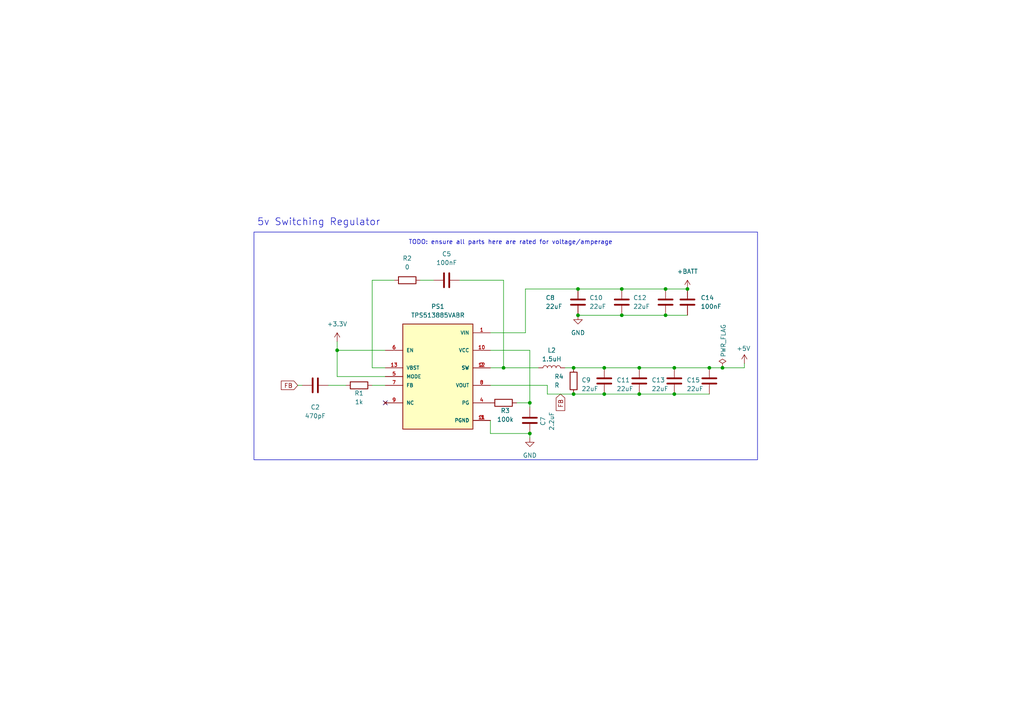
<source format=kicad_sch>
(kicad_sch (version 20231120) (generator "eeschema") (generator_version "8.0")
  (paper "A4")
  (lib_symbols
    (symbol "Device:C" (pin_numbers hide) (pin_names (offset 0.254))
      (property "Reference" "C" (at 0.635 2.54 0))
      (property "Value" "C" (at 0.635 -2.54 0))
      (symbol "C_0_1"
        (polyline (pts (xy -2.032 -0.762) (xy 2.032 -0.762)) (stroke (width 0.508)))
        (polyline (pts (xy -2.032 0.762) (xy 2.032 0.762)) (stroke (width 0.508)))
      )
      (symbol "C_1_1"
        (pin passive line (at 0 3.81 270) (length 2.794) (name "~") (number "1"))
        (pin passive line (at 0 -3.81 90) (length 2.794) (name "~") (number "2"))
      )
    )
    (symbol "Device:L" (pin_numbers hide) (pin_names (offset 1.016) hide)
      (property "Reference" "L" (at -1.27 0 90))
      (property "Value" "L" (at 1.905 0 90))
      (symbol "L_0_1"
        (arc (start 0 -2.54) (mid 0.6323 -1.905) (end 0 -1.27))
        (arc (start 0 -1.27) (mid 0.6323 -0.635) (end 0 0))
        (arc (start 0 0) (mid 0.6323 0.635) (end 0 1.27))
        (arc (start 0 1.27) (mid 0.6323 1.905) (end 0 2.54))
      )
      (symbol "L_1_1"
        (pin passive line (at 0 3.81 270) (length 1.27) (name "1") (number "1"))
        (pin passive line (at 0 -3.81 90) (length 1.27) (name "2") (number "2"))
      )
    )
    (symbol "Device:R" (pin_numbers hide) (pin_names (offset 0))
      (property "Reference" "R" (at 2.032 0 90))
      (property "Value" "R" (at 0 0 90))
      (symbol "R_0_1"
        (rectangle (start -1.016 -2.54) (end 1.016 2.54) (stroke (width 0.254)))
      )
      (symbol "R_1_1"
        (pin passive line (at 0 3.81 270) (length 1.27) (name "~") (number "1"))
        (pin passive line (at 0 -3.81 90) (length 1.27) (name "~") (number "2"))
      )
    )
    (symbol "TPS513885VABR:TPS513885VABR" (pin_names (offset 1.016))
      (property "Reference" "PS" (at -10.16 16.002 0))
      (property "Value" "TPS513885VABR" (at -10.16 -17.78 0))
      (symbol "TPS513885VABR_0_0"
        (rectangle (start -10.16 -15.24) (end 10.16 15.24) (stroke (width 0.254)) (fill (type background)))
        (pin power_in line (at 15.24 12.7 180) (length 5.08) (name "VIN") (number "1"))
        (pin output line (at 15.24 7.62 180) (length 5.08) (name "VCC") (number "10"))
        (pin power_in line (at 15.24 -12.7 180) (length 5.08) (name "PGND") (number "11"))
        (pin output line (at 15.24 2.54 180) (length 5.08) (name "SW") (number "12"))
        (pin input line (at -15.24 2.54 0) (length 5.08) (name "VBST") (number "13"))
        (pin output line (at 15.24 2.54 180) (length 5.08) (name "SW") (number "2"))
        (pin power_in line (at 15.24 -12.7 180) (length 5.08) (name "PGND") (number "3"))
        (pin output line (at 15.24 -7.62 180) (length 5.08) (name "PG") (number "4"))
        (pin input line (at -15.24 0 0) (length 5.08) (name "MODE") (number "5"))
        (pin input line (at -15.24 7.62 0) (length 5.08) (name "EN") (number "6"))
        (pin input line (at -15.24 -2.54 0) (length 5.08) (name "FB") (number "7"))
        (pin output line (at 15.24 -2.54 180) (length 5.08) (name "VOUT") (number "8"))
        (pin no_connect line (at -15.24 -7.62 0) (length 5.08) (name "NC") (number "9"))
      )
    )
    (symbol "power:+3.3V" (power) (pin_numbers hide) (pin_names (offset 0) hide)
      (property "Value" "+3.3V" (at 0 3.556 0))
      (symbol "+3.3V_0_1"
        (polyline (pts (xy -0.762 1.27) (xy 0 2.54)))
        (polyline (pts (xy 0 0) (xy 0 2.54)))
        (polyline (pts (xy 0 2.54) (xy 0.762 1.27)))
      )
      (symbol "+3.3V_1_1"
        (pin power_in line (at 0 0 90) (length 0) (name "~") (number "1"))
      )
    )
    (symbol "power:+5V" (power) (pin_numbers hide) (pin_names (offset 0) hide)
      (property "Value" "+5V" (at 0 3.556 0))
      (symbol "+5V_0_1"
        (polyline (pts (xy -0.762 1.27) (xy 0 2.54)))
        (polyline (pts (xy 0 0) (xy 0 2.54)))
        (polyline (pts (xy 0 2.54) (xy 0.762 1.27)))
      )
      (symbol "+5V_1_1"
        (pin power_in line (at 0 0 90) (length 0) (name "~") (number "1"))
      )
    )
    (symbol "power:+BATT" (power) (pin_numbers hide) (pin_names (offset 0) hide)
      (property "Value" "+BATT" (at 0 3.556 0))
      (symbol "+BATT_0_1"
        (polyline (pts (xy -0.762 1.27) (xy 0 2.54)))
        (polyline (pts (xy 0 0) (xy 0 2.54)))
        (polyline (pts (xy 0 2.54) (xy 0.762 1.27)))
      )
      (symbol "+BATT_1_1"
        (pin power_in line (at 0 0 90) (length 0) (name "~") (number "1"))
      )
    )
    (symbol "power:GND" (power) (pin_numbers hide) (pin_names (offset 0) hide)
      (property "Value" "GND" (at 0 -3.81 0))
      (symbol "GND_0_1"
        (polyline (pts (xy 0 0) (xy 0 -1.27) (xy 1.27 -1.27) (xy 0 -2.54) (xy -1.27 -1.27) (xy 0 -1.27)))
      )
      (symbol "GND_1_1"
        (pin power_in line (at 0 0 270) (length 0) (name "~") (number "1"))
      )
    )
    (symbol "power:PWR_FLAG" (power) (pin_numbers hide) (pin_names (offset 0) hide)
      (property "Value" "PWR_FLAG" (at 0 3.81 0))
      (symbol "PWR_FLAG_0_0"
        (pin power_out line (at 0 0 90) (length 0) (name "~") (number "1"))
      )
      (symbol "PWR_FLAG_0_1"
        (polyline (pts (xy 0 0) (xy 0 1.27) (xy -1.016 1.905) (xy 0 2.54) (xy 1.016 1.905) (xy 0 1.27)))
      )
    )
  )
  (junction (at 180.34 91.44))
  (junction (at 195.58 106.68))
  (junction (at 167.64 91.44))
  (junction (at 167.64 83.82))
  (junction (at 166.37 114.3))
  (junction (at 180.34 83.82))
  (junction (at 185.42 114.3))
  (junction (at 199.39 83.82))
  (junction (at 146.05 106.68))
  (junction (at 97.79 101.6))
  (junction (at 193.04 83.82))
  (junction (at 209.55 106.68))
  (junction (at 193.04 91.44))
  (junction (at 153.67 116.84))
  (junction (at 205.74 106.68))
  (junction (at 153.67 125.73))
  (junction (at 166.37 106.68))
  (junction (at 175.26 106.68))
  (junction (at 185.42 106.68))
  (junction (at 175.26 114.3))
  (junction (at 195.58 114.3))
  (no_connect (at 111.76 116.84))
  (wire (pts (xy 205.74 106.68) (xy 209.55 106.68)))
  (wire (pts (xy 167.64 91.44) (xy 180.34 91.44)))
  (wire (pts (xy 153.67 116.84) (xy 153.67 118.11)))
  (wire (pts (xy 111.76 109.22) (xy 97.79 109.22)))
  (wire (pts (xy 107.95 111.76) (xy 111.76 111.76)))
  (wire (pts (xy 180.34 83.82) (xy 193.04 83.82)))
  (wire (pts (xy 209.55 106.68) (xy 215.9 106.68)))
  (wire (pts (xy 175.26 106.68) (xy 185.42 106.68)))
  (wire (pts (xy 107.95 106.68) (xy 107.95 81.28)))
  (wire (pts (xy 107.95 81.28) (xy 114.3 81.28)))
  (wire (pts (xy 175.26 114.3) (xy 185.42 114.3)))
  (wire (pts (xy 146.05 106.68) (xy 156.21 106.68)))
  (wire (pts (xy 166.37 114.3) (xy 175.26 114.3)))
  (wire (pts (xy 152.4 83.82) (xy 152.4 96.52)))
  (wire (pts (xy 142.24 101.6) (xy 153.67 101.6)))
  (wire (pts (xy 146.05 81.28) (xy 146.05 106.68)))
  (wire (pts (xy 97.79 101.6) (xy 111.76 101.6)))
  (wire (pts (xy 121.92 81.28) (xy 125.73 81.28)))
  (wire (pts (xy 153.67 101.6) (xy 153.67 116.84)))
  (wire (pts (xy 97.79 99.06) (xy 97.79 101.6)))
  (wire (pts (xy 167.64 83.82) (xy 180.34 83.82)))
  (wire (pts (xy 95.25 111.76) (xy 100.33 111.76)))
  (wire (pts (xy 97.79 109.22) (xy 97.79 101.6)))
  (wire (pts (xy 158.75 114.3) (xy 158.75 111.76)))
  (wire (pts (xy 166.37 106.68) (xy 175.26 106.68)))
  (wire (pts (xy 133.35 81.28) (xy 146.05 81.28)))
  (wire (pts (xy 185.42 106.68) (xy 195.58 106.68)))
  (wire (pts (xy 158.75 114.3) (xy 166.37 114.3)))
  (wire (pts (xy 195.58 106.68) (xy 205.74 106.68)))
  (wire (pts (xy 158.75 111.76) (xy 142.24 111.76)))
  (wire (pts (xy 180.34 91.44) (xy 193.04 91.44)))
  (wire (pts (xy 193.04 91.44) (xy 199.39 91.44)))
  (wire (pts (xy 152.4 83.82) (xy 167.64 83.82)))
  (wire (pts (xy 111.76 106.68) (xy 107.95 106.68)))
  (wire (pts (xy 142.24 106.68) (xy 146.05 106.68)))
  (wire (pts (xy 215.9 105.41) (xy 215.9 106.68)))
  (wire (pts (xy 149.86 116.84) (xy 153.67 116.84)))
  (wire (pts (xy 142.24 121.92) (xy 142.24 125.73)))
  (wire (pts (xy 86.36 111.76) (xy 87.63 111.76)))
  (wire (pts (xy 152.4 96.52) (xy 142.24 96.52)))
  (wire (pts (xy 193.04 83.82) (xy 199.39 83.82)))
  (wire (pts (xy 195.58 114.3) (xy 205.74 114.3)))
  (wire (pts (xy 185.42 114.3) (xy 195.58 114.3)))
  (wire (pts (xy 163.83 106.68) (xy 166.37 106.68)))
  (wire (pts (xy 153.67 127) (xy 153.67 125.73)))
  (wire (pts (xy 142.24 125.73) (xy 153.67 125.73)))
  (rectangle (start 73.66 67.31) (end 219.71 133.35))
  (text "TODO: ensure all parts here are rated for voltage/amperage" (at 148.082 70.358 0) (effects (font (size 1.27 1.27))))
  (text "5v Switching Regulator" (at 92.456 64.516 0) (effects (font (size 2.032 2.032))))
  (global_label "FB" (shape input) (at 162.56 114.3 270) (property "Intersheetrefs" "${INTERSHEET_REFS}" (effects (hide yes))))
  (global_label "FB" (shape input) (at 86.36 111.76 180) (property "Intersheetrefs" "${INTERSHEET_REFS}" (effects (hide yes))))
  (symbol (lib_id "Device:C") (at 167.64 87.63 0) (unit 1)
    (property "Reference" "C8" (at 158.242 86.36 0) (effects (justify left)))
    (property "Value" "22uF" (at 158.242 88.9 0) (effects (justify left)))
    (property "Footprint" "Capacitor_SMD:C_1206_3216Metric" (effects (hide yes)))
    (property "Description" "Unpolarized capacitor" (effects (hide yes)))
  )
  (symbol (lib_id "power:PWR_FLAG") (at 209.55 106.68 0) (unit 1)
    (property "Reference" "#FLG02" (effects (hide yes)))
    (property "Value" "PWR_FLAG" (at 209.804 103.632 90) (effects (justify left)))
    (property "Description" "Special symbol for telling ERC where power comes from" (effects (hide yes)))
  )
  (symbol (lib_id "Device:C") (at 193.04 87.63 0) (unit 1)
    (property "Reference" "C12" (at 183.642 86.36 0) (effects (justify left)))
    (property "Value" "22uF" (at 183.642 88.9 0) (effects (justify left)))
    (property "Footprint" "Capacitor_SMD:C_1206_3216Metric" (effects (hide yes)))
    (property "Description" "Unpolarized capacitor" (effects (hide yes)))
  )
  (symbol (lib_id "power:GND") (at 167.64 91.44 0) (unit 1)
    (property "Reference" "#PWR08" (effects (hide yes)))
    (property "Value" "GND" (at 167.64 96.52 0))
    (property "Description" "Power symbol creates a global label with name \"GND\" , ground" (effects (hide yes)))
  )
  (symbol (lib_id "power:+BATT") (at 199.39 83.82 0) (unit 1)
    (property "Reference" "#PWR09" (effects (hide yes)))
    (property "Value" "+BATT" (at 199.39 78.74 0))
    (property "Description" "Power symbol creates a global label with name \"+BATT\"" (effects (hide yes)))
  )
  (symbol (lib_id "Device:C") (at 153.67 121.92 180) (unit 1)
    (property "Reference" "C7" (at 157.48 122.174 90))
    (property "Value" "2.2uF" (at 160.02 122.174 90))
    (property "Footprint" "Capacitor_SMD:C_0603_1608Metric" (effects (hide yes)))
    (property "Description" "Unpolarized capacitor" (effects (hide yes)))
  )
  (symbol (lib_id "power:GND") (at 153.67 127 0) (unit 1)
    (property "Reference" "#PWR06" (effects (hide yes)))
    (property "Value" "GND" (at 153.67 132.08 0))
    (property "Description" "Power symbol creates a global label with name \"GND\" , ground" (effects (hide yes)))
  )
  (symbol (lib_id "Device:C") (at 175.26 110.49 0) (unit 1)
    (property "Reference" "C9" (at 168.656 110.236 0) (effects (justify left)))
    (property "Value" "22uF" (at 168.656 112.776 0) (effects (justify left)))
    (property "Footprint" "Capacitor_SMD:C_1206_3216Metric" (effects (hide yes)))
    (property "Description" "Unpolarized capacitor" (effects (hide yes)))
  )
  (symbol (lib_id "Device:C") (at 129.54 81.28 90) (unit 1)
    (property "Reference" "C5" (at 129.54 73.66 90))
    (property "Value" "100nF" (at 129.54 76.2 90))
    (property "Footprint" "Capacitor_SMD:C_0402_1005Metric" (effects (hide yes)))
    (property "Description" "Unpolarized capacitor" (effects (hide yes)))
  )
  (symbol (lib_id "Device:R") (at 118.11 81.28 270) (unit 1)
    (property "Reference" "R2" (at 118.11 74.93 90))
    (property "Value" "0" (at 118.11 77.47 90))
    (property "Description" "Resistor" (effects (hide yes)))
  )
  (symbol (lib_id "Device:R") (at 166.37 110.49 0) (unit 1)
    (property "Reference" "R4" (at 160.782 109.22 0) (effects (justify left)))
    (property "Value" "R" (at 160.782 111.76 0) (effects (justify left)))
    (property "Description" "Resistor" (effects (hide yes)))
  )
  (symbol (lib_id "Device:C") (at 180.34 87.63 0) (unit 1)
    (property "Reference" "C10" (at 170.942 86.36 0) (effects (justify left)))
    (property "Value" "22uF" (at 170.942 88.9 0) (effects (justify left)))
    (property "Footprint" "Capacitor_SMD:C_1206_3216Metric" (effects (hide yes)))
    (property "Description" "Unpolarized capacitor" (effects (hide yes)))
  )
  (symbol (lib_id "Device:L") (at 160.02 106.68 90) (unit 1)
    (property "Reference" "L2" (at 160.02 101.6 90))
    (property "Value" "1.5uH" (at 160.02 104.14 90))
    (property "Footprint" "Inductor_SMD:L_1008_2520Metric" (effects (hide yes)))
    (property "Datasheet" "FTC252012SR10MBCA" (effects (hide yes)))
    (property "Description" "Inductor" (effects (hide yes)))
  )
  (symbol (lib_id "Device:C") (at 91.44 111.76 90) (unit 1)
    (property "Reference" "C2" (at 91.44 118.11 90))
    (property "Value" "470pF" (at 91.44 120.65 90))
    (property "Footprint" "Capacitor_SMD:C_0402_1005Metric" (effects (hide yes)))
    (property "Description" "Unpolarized capacitor" (effects (hide yes)))
  )
  (symbol (lib_id "Device:C") (at 199.39 87.63 0) (unit 1)
    (property "Reference" "C14" (at 203.2 86.3599 0) (effects (justify left)))
    (property "Value" "100nF" (at 203.2 88.8999 0) (effects (justify left)))
    (property "Footprint" "Capacitor_SMD:C_0402_1005Metric" (effects (hide yes)))
    (property "Description" "Unpolarized capacitor" (effects (hide yes)))
  )
  (symbol (lib_id "power:+3.3V") (at 97.79 99.06 0) (unit 1)
    (property "Reference" "#PWR03" (effects (hide yes)))
    (property "Value" "+3.3V" (at 97.79 93.98 0))
    (property "Description" "Power symbol creates a global label with name \"+3.3V\"" (effects (hide yes)))
  )
  (symbol (lib_id "Device:R") (at 146.05 116.84 90) (unit 1)
    (property "Reference" "R3" (at 146.558 119.126 90))
    (property "Value" "100k" (at 146.558 121.666 90))
    (property "Footprint" "Resistor_SMD:R_0603_1608Metric" (effects (hide yes)))
    (property "Description" "Resistor" (effects (hide yes)))
  )
  (symbol (lib_id "TPS513885VABR:TPS513885VABR") (at 127 109.22 0) (unit 1)
    (property "Reference" "PS1" (at 127 88.9 0))
    (property "Value" "TPS513885VABR" (at 127 91.44 0))
    (property "Footprint" "TPS513885VABR:CONV_TPS513885VABR" (effects (hide yes)))
    (property "MF" "Texas Instruments" (effects (hide yes)))
    (property "SNAPEDA_PACKAGE_ID" "127449" (effects (hide yes)))
    (property "Package" "PowerVFQFN-13 Texas Instruments" (effects (hide yes)))
    (property "Price" "None" (effects (hide yes)))
    (property "Check_prices" "https://www.snapeda.com/parts/TPS513885VABR/Texas+Instruments/view-part/?ref=eda" (effects (hide yes)))
    (property "STANDARD" "Manufacturer Recommendations" (effects (hide yes)))
    (property "PARTREV" "B" (effects (hide yes)))
    (property "SnapEDA_Link" "https://www.snapeda.com/parts/TPS513885VABR/Texas+Instruments/view-part/?ref=snap" (effects (hide yes)))
    (property "MP" "TPS513885VABR" (effects (hide yes)))
    (property "Description_1" "\n                        \n                            Buck Switching Regulator IC Positive Fixed 5.15V 1 Output 12A 13-PowerVFQFN\n                        \n" (effects (hide yes)))
    (property "MANUFACTURER" "Texas Instruments" (effects (hide yes)))
    (property "Availability" "In Stock" (effects (hide yes)))
    (property "MAXIMUM_PACKAGE_HEIGHT" "1.00mm" (effects (hide yes)))
  )
  (symbol (lib_id "Device:C") (at 205.74 110.49 0) (unit 1)
    (property "Reference" "C15" (at 199.136 110.236 0) (effects (justify left)))
    (property "Value" "22uF" (at 199.136 112.776 0) (effects (justify left)))
    (property "Footprint" "Capacitor_SMD:C_1206_3216Metric" (effects (hide yes)))
    (property "Description" "Unpolarized capacitor" (effects (hide yes)))
  )
  (symbol (lib_id "Device:C") (at 195.58 110.49 0) (unit 1)
    (property "Reference" "C13" (at 188.976 110.236 0) (effects (justify left)))
    (property "Value" "22uF" (at 188.976 112.776 0) (effects (justify left)))
    (property "Footprint" "Capacitor_SMD:C_1206_3216Metric" (effects (hide yes)))
    (property "Description" "Unpolarized capacitor" (effects (hide yes)))
  )
  (symbol (lib_id "power:+5V") (at 215.9 105.41 0) (unit 1)
    (property "Reference" "#PWR010" (effects (hide yes)))
    (property "Value" "+5V" (at 215.646 101.092 0))
    (property "Description" "Power symbol creates a global label with name \"+5V\"" (effects (hide yes)))
  )
  (symbol (lib_id "Device:C") (at 185.42 110.49 0) (unit 1)
    (property "Reference" "C11" (at 178.816 110.236 0) (effects (justify left)))
    (property "Value" "22uF" (at 178.816 112.776 0) (effects (justify left)))
    (property "Footprint" "Capacitor_SMD:C_1206_3216Metric" (effects (hide yes)))
    (property "Description" "Unpolarized capacitor" (effects (hide yes)))
  )
  (symbol (lib_id "Device:R") (at 104.14 111.76 90) (unit 1)
    (property "Reference" "R1" (at 104.14 114.046 90))
    (property "Value" "1k" (at 104.14 116.586 90))
    (property "Footprint" "Resistor_SMD:R_0402_1005Metric" (effects (hide yes)))
    (property "Description" "Resistor" (effects (hide yes)))
  )
)
</source>
